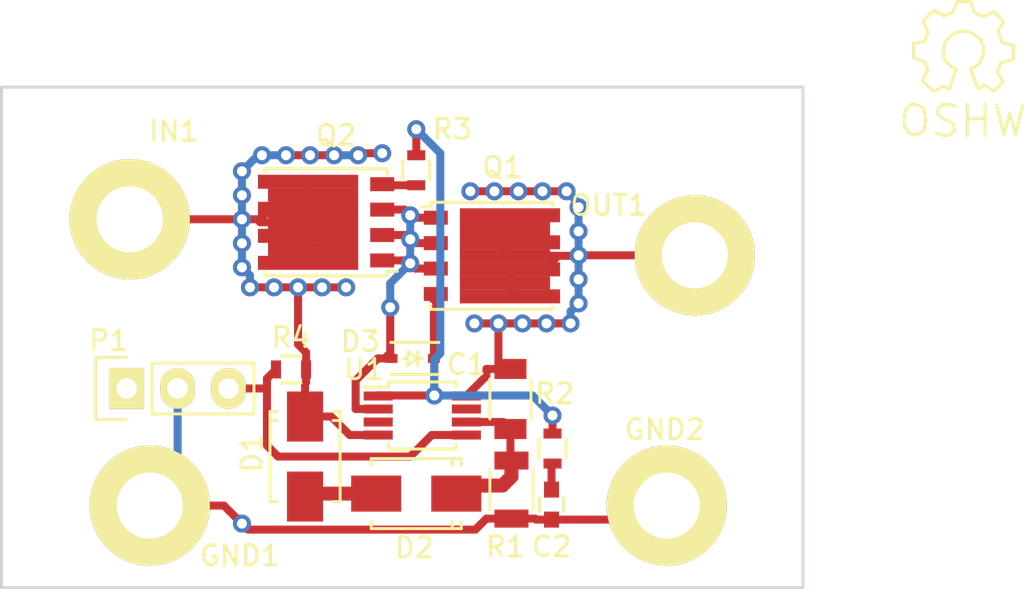
<source format=kicad_pcb>
(kicad_pcb (version 20171130) (host pcbnew "(5.1.12)-1")

  (general
    (thickness 1.6)
    (drawings 9)
    (tracks 156)
    (zones 0)
    (modules 54)
    (nets 12)
  )

  (page A4)
  (title_block
    (title "20A Ideal Diode LTC4359 5V-60V")
    (date 2017-02-25)
    (rev 1.0)
  )

  (layers
    (0 F.Cu signal)
    (31 B.Cu signal)
    (33 F.Adhes user hide)
    (35 F.Paste user hide)
    (37 F.SilkS user hide)
    (38 B.Mask user hide)
    (39 F.Mask user hide)
    (40 Dwgs.User user hide)
    (41 Cmts.User user hide)
    (44 Edge.Cuts user)
    (45 Margin user hide)
    (47 F.CrtYd user hide)
    (49 F.Fab user hide)
  )

  (setup
    (last_trace_width 0.4)
    (user_trace_width 0.4)
    (user_trace_width 0.7)
    (user_trace_width 1)
    (user_trace_width 1.5)
    (user_trace_width 2)
    (user_trace_width 4)
    (user_trace_width 10)
    (trace_clearance 0.2)
    (zone_clearance 0.7)
    (zone_45_only yes)
    (trace_min 0.4)
    (via_size 0.9)
    (via_drill 0.5)
    (via_min_size 0.9)
    (via_min_drill 0.5)
    (user_via 0.9 0.5)
    (uvia_size 0.3)
    (uvia_drill 0.1)
    (uvias_allowed no)
    (uvia_min_size 0.2)
    (uvia_min_drill 0.1)
    (edge_width 0.15)
    (segment_width 0.2)
    (pcb_text_width 0.3)
    (pcb_text_size 1.5 1.5)
    (mod_edge_width 0.15)
    (mod_text_size 1 1)
    (mod_text_width 0.15)
    (pad_size 0.59 0.45)
    (pad_drill 0)
    (pad_to_mask_clearance 0.1)
    (solder_mask_min_width 0.1)
    (aux_axis_origin 126 113.8)
    (grid_origin 126 113.8)
    (visible_elements 7FFFFFFF)
    (pcbplotparams
      (layerselection 0x010e8_80000001)
      (usegerberextensions true)
      (usegerberattributes true)
      (usegerberadvancedattributes true)
      (creategerberjobfile true)
      (excludeedgelayer false)
      (linewidth 0.100000)
      (plotframeref false)
      (viasonmask false)
      (mode 1)
      (useauxorigin true)
      (hpglpennumber 1)
      (hpglpenspeed 20)
      (hpglpendiameter 15.000000)
      (psnegative false)
      (psa4output false)
      (plotreference true)
      (plotvalue false)
      (plotinvisibletext false)
      (padsonsilk false)
      (subtractmaskfromsilk false)
      (outputformat 1)
      (mirror false)
      (drillshape 0)
      (scaleselection 1)
      (outputdirectory "gerbers/"))
  )

  (net 0 "")
  (net 1 /GATE)
  (net 2 /OUT)
  (net 3 "Net-(D1-Pad2)")
  (net 4 GND)
  (net 5 /VSS)
  (net 6 /IN)
  (net 7 "Net-(C2-Pad1)")
  (net 8 /SOURCE)
  (net 9 "Net-(Q2-Pad4)")
  (net 10 /~SHDN)
  (net 11 "Net-(P1-Pad1)")

  (net_class Default "This is the default net class."
    (clearance 0.2)
    (trace_width 0.4)
    (via_dia 0.9)
    (via_drill 0.5)
    (uvia_dia 0.3)
    (uvia_drill 0.1)
    (add_net /GATE)
    (add_net /IN)
    (add_net /OUT)
    (add_net /SOURCE)
    (add_net /VSS)
    (add_net /~SHDN)
    (add_net GND)
    (add_net "Net-(C2-Pad1)")
    (add_net "Net-(D1-Pad2)")
    (add_net "Net-(P1-Pad1)")
    (add_net "Net-(Q2-Pad4)")
  )

  (module _kb_footprint:via_0-9_0-5mm (layer F.Cu) (tedit 58B760F7) (tstamp 58B76B17)
    (at 145.4 99.8)
    (fp_text reference Noname_37 (at 0 0.5) (layer F.SilkS) hide
      (effects (font (size 1 1) (thickness 0.15)))
    )
    (fp_text value "" (at 0 -0.5) (layer F.Fab) hide
      (effects (font (size 1 1) (thickness 0.15)))
    )
    (pad 1 thru_hole circle (at 0 0) (size 0.9 0.9) (drill 0.5) (layers *.Cu)
      (net 8 /SOURCE))
  )

  (module _kb_footprint:via_0-9_0-5mm (layer F.Cu) (tedit 58B760F7) (tstamp 58B76B13)
    (at 146.4 97.6)
    (fp_text reference Noname_36 (at 0 0.5) (layer F.SilkS) hide
      (effects (font (size 1 1) (thickness 0.15)))
    )
    (fp_text value "" (at 0 -0.5) (layer F.Fab) hide
      (effects (font (size 1 1) (thickness 0.15)))
    )
    (pad 1 thru_hole circle (at 0 0) (size 0.9 0.9) (drill 0.5) (layers *.Cu)
      (net 8 /SOURCE))
  )

  (module _kb_footprint:via_0-9_0-5mm (layer F.Cu) (tedit 58B760F7) (tstamp 58B76B0F)
    (at 146.4 96.4)
    (fp_text reference Noname_35 (at 0 0.5) (layer F.SilkS) hide
      (effects (font (size 1 1) (thickness 0.15)))
    )
    (fp_text value "" (at 0 -0.5) (layer F.Fab) hide
      (effects (font (size 1 1) (thickness 0.15)))
    )
    (pad 1 thru_hole circle (at 0 0) (size 0.9 0.9) (drill 0.5) (layers *.Cu)
      (net 8 /SOURCE))
  )

  (module _kb_footprint:via_0-9_0-5mm (layer F.Cu) (tedit 58B760F7) (tstamp 58B7695E)
    (at 138.4 98.8)
    (fp_text reference Noname_34 (at 0 0.5) (layer F.SilkS) hide
      (effects (font (size 1 1) (thickness 0.15)))
    )
    (fp_text value "" (at 0 -0.5) (layer F.Fab) hide
      (effects (font (size 1 1) (thickness 0.15)))
    )
    (pad 1 thru_hole circle (at 0 0) (size 0.9 0.9) (drill 0.5) (layers *.Cu)
      (net 6 /IN))
  )

  (module _kb_footprint:via_0-9_0-5mm (layer F.Cu) (tedit 58B760F7) (tstamp 58B7695A)
    (at 139.6 98.8)
    (fp_text reference Noname_33 (at 0 0.5) (layer F.SilkS) hide
      (effects (font (size 1 1) (thickness 0.15)))
    )
    (fp_text value "" (at 0 -0.5) (layer F.Fab) hide
      (effects (font (size 1 1) (thickness 0.15)))
    )
    (pad 1 thru_hole circle (at 0 0) (size 0.9 0.9) (drill 0.5) (layers *.Cu)
      (net 6 /IN))
  )

  (module _kb_footprint:via_0-9_0-5mm (layer F.Cu) (tedit 58B760F7) (tstamp 58B76956)
    (at 140.8 98.8)
    (fp_text reference Noname_32 (at 0 0.5) (layer F.SilkS) hide
      (effects (font (size 1 1) (thickness 0.15)))
    )
    (fp_text value "" (at 0 -0.5) (layer F.Fab) hide
      (effects (font (size 1 1) (thickness 0.15)))
    )
    (pad 1 thru_hole circle (at 0 0) (size 0.9 0.9) (drill 0.5) (layers *.Cu)
      (net 6 /IN))
  )

  (module _kb_footprint:via_0-9_0-5mm (layer F.Cu) (tedit 58B760F7) (tstamp 58B76952)
    (at 142 98.8)
    (fp_text reference Noname_31 (at 0 0.5) (layer F.SilkS) hide
      (effects (font (size 1 1) (thickness 0.15)))
    )
    (fp_text value "" (at 0 -0.5) (layer F.Fab) hide
      (effects (font (size 1 1) (thickness 0.15)))
    )
    (pad 1 thru_hole circle (at 0 0) (size 0.9 0.9) (drill 0.5) (layers *.Cu)
      (net 6 /IN))
  )

  (module _kb_footprint:via_0-9_0-5mm (layer F.Cu) (tedit 58B760F7) (tstamp 58B7694E)
    (at 143.2 98.8)
    (fp_text reference Noname_30 (at 0 0.5) (layer F.SilkS) hide
      (effects (font (size 1 1) (thickness 0.15)))
    )
    (fp_text value "" (at 0 -0.5) (layer F.Fab) hide
      (effects (font (size 1 1) (thickness 0.15)))
    )
    (pad 1 thru_hole circle (at 0 0) (size 0.9 0.9) (drill 0.5) (layers *.Cu)
      (net 6 /IN))
  )

  (module _kb_footprint:via_0-9_0-5mm (layer F.Cu) (tedit 58B760F7) (tstamp 58B7694A)
    (at 138 97.8)
    (fp_text reference Noname_29 (at 0 0.5) (layer F.SilkS) hide
      (effects (font (size 1 1) (thickness 0.15)))
    )
    (fp_text value "" (at 0 -0.5) (layer F.Fab) hide
      (effects (font (size 1 1) (thickness 0.15)))
    )
    (pad 1 thru_hole circle (at 0 0) (size 0.9 0.9) (drill 0.5) (layers *.Cu)
      (net 6 /IN))
  )

  (module _kb_footprint:via_0-9_0-5mm (layer F.Cu) (tedit 58B760F7) (tstamp 58B76946)
    (at 138 96.6)
    (fp_text reference Noname_28 (at 0 0.5) (layer F.SilkS) hide
      (effects (font (size 1 1) (thickness 0.15)))
    )
    (fp_text value "" (at 0 -0.5) (layer F.Fab) hide
      (effects (font (size 1 1) (thickness 0.15)))
    )
    (pad 1 thru_hole circle (at 0 0) (size 0.9 0.9) (drill 0.5) (layers *.Cu)
      (net 6 /IN))
  )

  (module _kb_footprint:via_0-9_0-5mm (layer F.Cu) (tedit 58B760F7) (tstamp 58B76942)
    (at 138 95.4)
    (fp_text reference Noname_27 (at 0 0.5) (layer F.SilkS) hide
      (effects (font (size 1 1) (thickness 0.15)))
    )
    (fp_text value "" (at 0 -0.5) (layer F.Fab) hide
      (effects (font (size 1 1) (thickness 0.15)))
    )
    (pad 1 thru_hole circle (at 0 0) (size 0.9 0.9) (drill 0.5) (layers *.Cu)
      (net 6 /IN))
  )

  (module _kb_footprint:via_0-9_0-5mm (layer F.Cu) (tedit 58B760F7) (tstamp 58B7693E)
    (at 138 94.2)
    (fp_text reference Noname_26 (at 0 0.5) (layer F.SilkS) hide
      (effects (font (size 1 1) (thickness 0.15)))
    )
    (fp_text value "" (at 0 -0.5) (layer F.Fab) hide
      (effects (font (size 1 1) (thickness 0.15)))
    )
    (pad 1 thru_hole circle (at 0 0) (size 0.9 0.9) (drill 0.5) (layers *.Cu)
      (net 6 /IN))
  )

  (module _kb_footprint:via_0-9_0-5mm (layer F.Cu) (tedit 58B760F7) (tstamp 58B7692F)
    (at 138 93)
    (fp_text reference Noname_25 (at 0 0.5) (layer F.SilkS) hide
      (effects (font (size 1 1) (thickness 0.15)))
    )
    (fp_text value "" (at 0 -0.5) (layer F.Fab) hide
      (effects (font (size 1 1) (thickness 0.15)))
    )
    (pad 1 thru_hole circle (at 0 0) (size 0.9 0.9) (drill 0.5) (layers *.Cu)
      (net 6 /IN))
  )

  (module _kb_footprint:via_0-9_0-5mm (layer F.Cu) (tedit 58B760F7) (tstamp 58B7692B)
    (at 139 92.2)
    (fp_text reference Noname_24 (at 0 0.5) (layer F.SilkS) hide
      (effects (font (size 1 1) (thickness 0.15)))
    )
    (fp_text value "" (at 0 -0.5) (layer F.Fab) hide
      (effects (font (size 1 1) (thickness 0.15)))
    )
    (pad 1 thru_hole circle (at 0 0) (size 0.9 0.9) (drill 0.5) (layers *.Cu)
      (net 6 /IN))
  )

  (module _kb_footprint:via_0-9_0-5mm (layer F.Cu) (tedit 58B760F7) (tstamp 58B76927)
    (at 140.2 92.2)
    (fp_text reference Noname_23 (at 0 0.5) (layer F.SilkS) hide
      (effects (font (size 1 1) (thickness 0.15)))
    )
    (fp_text value "" (at 0 -0.5) (layer F.Fab) hide
      (effects (font (size 1 1) (thickness 0.15)))
    )
    (pad 1 thru_hole circle (at 0 0) (size 0.9 0.9) (drill 0.5) (layers *.Cu)
      (net 6 /IN))
  )

  (module _kb_footprint:via_0-9_0-5mm (layer F.Cu) (tedit 58B760F7) (tstamp 58B76923)
    (at 141.4 92.2)
    (fp_text reference Noname_22 (at 0 0.5) (layer F.SilkS) hide
      (effects (font (size 1 1) (thickness 0.15)))
    )
    (fp_text value "" (at 0 -0.5) (layer F.Fab) hide
      (effects (font (size 1 1) (thickness 0.15)))
    )
    (pad 1 thru_hole circle (at 0 0) (size 0.9 0.9) (drill 0.5) (layers *.Cu)
      (net 6 /IN))
  )

  (module _kb_footprint:via_0-9_0-5mm (layer F.Cu) (tedit 58B760F7) (tstamp 58B7691F)
    (at 142.6 92.2)
    (fp_text reference Noname_21 (at 0 0.5) (layer F.SilkS) hide
      (effects (font (size 1 1) (thickness 0.15)))
    )
    (fp_text value "" (at 0 -0.5) (layer F.Fab) hide
      (effects (font (size 1 1) (thickness 0.15)))
    )
    (pad 1 thru_hole circle (at 0 0) (size 0.9 0.9) (drill 0.5) (layers *.Cu)
      (net 6 /IN))
  )

  (module _kb_footprint:via_0-9_0-5mm (layer F.Cu) (tedit 58B760F7) (tstamp 58B76919)
    (at 143.8 92.2)
    (fp_text reference Noname_20 (at 0 0.5) (layer F.SilkS) hide
      (effects (font (size 1 1) (thickness 0.15)))
    )
    (fp_text value "" (at 0 -0.5) (layer F.Fab) hide
      (effects (font (size 1 1) (thickness 0.15)))
    )
    (pad 1 thru_hole circle (at 0 0) (size 0.9 0.9) (drill 0.5) (layers *.Cu)
      (net 6 /IN))
  )

  (module _kb_footprint:via_0-9_0-5mm (layer F.Cu) (tedit 58B760F7) (tstamp 58B76905)
    (at 149.6 100.6)
    (fp_text reference Noname_19 (at 0 0.5) (layer F.SilkS) hide
      (effects (font (size 1 1) (thickness 0.15)))
    )
    (fp_text value "" (at 0 -0.5) (layer F.Fab) hide
      (effects (font (size 1 1) (thickness 0.15)))
    )
    (pad 1 thru_hole circle (at 0 0) (size 0.9 0.9) (drill 0.5) (layers *.Cu)
      (net 2 /OUT))
  )

  (module _kb_footprint:via_0-9_0-5mm (layer F.Cu) (tedit 58B760F7) (tstamp 58B768FD)
    (at 150.8 100.6)
    (fp_text reference Noname_18 (at 0 0.5) (layer F.SilkS) hide
      (effects (font (size 1 1) (thickness 0.15)))
    )
    (fp_text value "" (at 0 -0.5) (layer F.Fab) hide
      (effects (font (size 1 1) (thickness 0.15)))
    )
    (pad 1 thru_hole circle (at 0 0) (size 0.9 0.9) (drill 0.5) (layers *.Cu)
      (net 2 /OUT))
  )

  (module _kb_footprint:via_0-9_0-5mm (layer F.Cu) (tedit 58B760F7) (tstamp 58B768F7)
    (at 154.2 94)
    (fp_text reference Noname_17 (at 0 0.5) (layer F.SilkS) hide
      (effects (font (size 1 1) (thickness 0.15)))
    )
    (fp_text value "" (at 0 -0.5) (layer F.Fab) hide
      (effects (font (size 1 1) (thickness 0.15)))
    )
    (pad 1 thru_hole circle (at 0 0) (size 0.9 0.9) (drill 0.5) (layers *.Cu)
      (net 2 /OUT))
  )

  (module _kb_footprint:via_0-9_0-5mm (layer F.Cu) (tedit 58B760F7) (tstamp 58B76396)
    (at 154.4 100.6)
    (fp_text reference Noname_16 (at 0 0.5) (layer F.SilkS) hide
      (effects (font (size 1 1) (thickness 0.15)))
    )
    (fp_text value "" (at 0 -0.5) (layer F.Fab) hide
      (effects (font (size 1 1) (thickness 0.15)))
    )
    (pad 1 thru_hole circle (at 0 0) (size 0.9 0.9) (drill 0.5) (layers *.Cu)
      (net 2 /OUT))
  )

  (module _kb_footprint:via_0-9_0-5mm (layer F.Cu) (tedit 58B760F7) (tstamp 58B76304)
    (at 146.4 95.2)
    (fp_text reference Noname_15 (at 0 0.5) (layer F.SilkS) hide
      (effects (font (size 1 1) (thickness 0.15)))
    )
    (fp_text value "" (at 0 -0.5) (layer F.Fab) hide
      (effects (font (size 1 1) (thickness 0.15)))
    )
    (pad 1 thru_hole circle (at 0 0) (size 0.9 0.9) (drill 0.5) (layers *.Cu)
      (net 8 /SOURCE))
  )

  (module _kb_footprint:via_0-9_0-5mm (layer F.Cu) (tedit 58B760F7) (tstamp 58B761DB)
    (at 145 92.1)
    (fp_text reference Noname_14 (at 0 0.5) (layer F.SilkS) hide
      (effects (font (size 1 1) (thickness 0.15)))
    )
    (fp_text value "" (at 0 -0.5) (layer F.Fab) hide
      (effects (font (size 1 1) (thickness 0.15)))
    )
    (pad 1 thru_hole circle (at 0 0) (size 0.9 0.9) (drill 0.5) (layers *.Cu)
      (net 6 /IN))
  )

  (module _kb_footprint:via_0-9_0-5mm (layer F.Cu) (tedit 58B760F7) (tstamp 58B761D7)
    (at 138 110.6)
    (fp_text reference Noname_13 (at 0 0.5) (layer F.SilkS) hide
      (effects (font (size 1 1) (thickness 0.15)))
    )
    (fp_text value "" (at 0 -0.5) (layer F.Fab) hide
      (effects (font (size 1 1) (thickness 0.15)))
    )
    (pad 1 thru_hole circle (at 0 0) (size 0.9 0.9) (drill 0.5) (layers *.Cu)
      (net 4 GND))
  )

  (module _kb_footprint:via_0-9_0-5mm (layer F.Cu) (tedit 58B760F7) (tstamp 58B761D3)
    (at 152 100.6)
    (fp_text reference Noname_12 (at 0 0.5) (layer F.SilkS) hide
      (effects (font (size 1 1) (thickness 0.15)))
    )
    (fp_text value "" (at 0 -0.5) (layer F.Fab) hide
      (effects (font (size 1 1) (thickness 0.15)))
    )
    (pad 1 thru_hole circle (at 0 0) (size 0.9 0.9) (drill 0.5) (layers *.Cu)
      (net 2 /OUT))
  )

  (module _kb_footprint:via_0-9_0-5mm (layer F.Cu) (tedit 58B760F7) (tstamp 58B761CF)
    (at 153.2 100.6)
    (fp_text reference Noname_11 (at 0 0.5) (layer F.SilkS) hide
      (effects (font (size 1 1) (thickness 0.15)))
    )
    (fp_text value "" (at 0 -0.5) (layer F.Fab) hide
      (effects (font (size 1 1) (thickness 0.15)))
    )
    (pad 1 thru_hole circle (at 0 0) (size 0.9 0.9) (drill 0.5) (layers *.Cu)
      (net 2 /OUT))
  )

  (module _kb_footprint:via_0-9_0-5mm (layer F.Cu) (tedit 58B760F7) (tstamp 58B761CB)
    (at 154.8 99.6)
    (fp_text reference Noname_10 (at 0 0.5) (layer F.SilkS) hide
      (effects (font (size 1 1) (thickness 0.15)))
    )
    (fp_text value "" (at 0 -0.5) (layer F.Fab) hide
      (effects (font (size 1 1) (thickness 0.15)))
    )
    (pad 1 thru_hole circle (at 0 0) (size 0.9 0.9) (drill 0.5) (layers *.Cu)
      (net 2 /OUT))
  )

  (module _kb_footprint:via_0-9_0-5mm (layer F.Cu) (tedit 58B760F7) (tstamp 58B761C7)
    (at 154.8 98.4)
    (fp_text reference Noname_9 (at 0 0.5) (layer F.SilkS) hide
      (effects (font (size 1 1) (thickness 0.15)))
    )
    (fp_text value "" (at 0 -0.5) (layer F.Fab) hide
      (effects (font (size 1 1) (thickness 0.15)))
    )
    (pad 1 thru_hole circle (at 0 0) (size 0.9 0.9) (drill 0.5) (layers *.Cu)
      (net 2 /OUT))
  )

  (module _kb_footprint:via_0-9_0-5mm (layer F.Cu) (tedit 58B760F7) (tstamp 58B761C3)
    (at 154.8 97.2)
    (fp_text reference Noname_8 (at 0 0.5) (layer F.SilkS) hide
      (effects (font (size 1 1) (thickness 0.15)))
    )
    (fp_text value "" (at 0 -0.5) (layer F.Fab) hide
      (effects (font (size 1 1) (thickness 0.15)))
    )
    (pad 1 thru_hole circle (at 0 0) (size 0.9 0.9) (drill 0.5) (layers *.Cu)
      (net 2 /OUT))
  )

  (module _kb_footprint:via_0-9_0-5mm (layer F.Cu) (tedit 58B760F7) (tstamp 58B761BF)
    (at 154.8 96)
    (fp_text reference Noname_7 (at 0 0.5) (layer F.SilkS) hide
      (effects (font (size 1 1) (thickness 0.15)))
    )
    (fp_text value "" (at 0 -0.5) (layer F.Fab) hide
      (effects (font (size 1 1) (thickness 0.15)))
    )
    (pad 1 thru_hole circle (at 0 0) (size 0.9 0.9) (drill 0.5) (layers *.Cu)
      (net 2 /OUT))
  )

  (module _kb_footprint:via_0-9_0-5mm (layer F.Cu) (tedit 58B760F7) (tstamp 58B761BB)
    (at 154.8 94.8)
    (fp_text reference Noname_6 (at 0 0.5) (layer F.SilkS) hide
      (effects (font (size 1 1) (thickness 0.15)))
    )
    (fp_text value "" (at 0 -0.5) (layer F.Fab) hide
      (effects (font (size 1 1) (thickness 0.15)))
    )
    (pad 1 thru_hole circle (at 0 0) (size 0.9 0.9) (drill 0.5) (layers *.Cu)
      (net 2 /OUT))
  )

  (module _kb_footprint:via_0-9_0-5mm (layer F.Cu) (tedit 58B760F7) (tstamp 58B761B3)
    (at 153 94)
    (fp_text reference Noname_5 (at 0 0.5) (layer F.SilkS) hide
      (effects (font (size 1 1) (thickness 0.15)))
    )
    (fp_text value "" (at 0 -0.5) (layer F.Fab) hide
      (effects (font (size 1 1) (thickness 0.15)))
    )
    (pad 1 thru_hole circle (at 0 0) (size 0.9 0.9) (drill 0.5) (layers *.Cu)
      (net 2 /OUT))
  )

  (module _kb_footprint:via_0-9_0-5mm (layer F.Cu) (tedit 58B760F7) (tstamp 58B761AF)
    (at 151.8 94)
    (fp_text reference Noname_4 (at 0 0.5) (layer F.SilkS) hide
      (effects (font (size 1 1) (thickness 0.15)))
    )
    (fp_text value "" (at 0 -0.5) (layer F.Fab) hide
      (effects (font (size 1 1) (thickness 0.15)))
    )
    (pad 1 thru_hole circle (at 0 0) (size 0.9 0.9) (drill 0.5) (layers *.Cu)
      (net 2 /OUT))
  )

  (module _kb_footprint:via_0-9_0-5mm (layer F.Cu) (tedit 58B760F7) (tstamp 58B761AB)
    (at 150.6 94)
    (fp_text reference Noname_3 (at 0 0.5) (layer F.SilkS) hide
      (effects (font (size 1 1) (thickness 0.15)))
    )
    (fp_text value "" (at 0 -0.5) (layer F.Fab) hide
      (effects (font (size 1 1) (thickness 0.15)))
    )
    (pad 1 thru_hole circle (at 0 0) (size 0.9 0.9) (drill 0.5) (layers *.Cu)
      (net 2 /OUT))
  )

  (module Diodes_SMD:SOD-323 (layer F.Cu) (tedit 58B76ED1) (tstamp 569D6786)
    (at 146.525 102.35 180)
    (descr SOD-323)
    (tags SOD-323)
    (path /569D67BD)
    (attr smd)
    (fp_text reference D3 (at 2.625 0.85 180) (layer F.SilkS)
      (effects (font (size 1 1) (thickness 0.15)))
    )
    (fp_text value MM3Z16VT1 (at 23.3 6.4 180) (layer F.Fab)
      (effects (font (size 1 1) (thickness 0.15)))
    )
    (fp_line (start 0.25 0) (end 0.5 0) (layer F.SilkS) (width 0.15))
    (fp_line (start -0.25 0) (end -0.5 0) (layer F.SilkS) (width 0.15))
    (fp_line (start -0.25 0) (end 0.25 -0.35) (layer F.SilkS) (width 0.15))
    (fp_line (start 0.25 -0.35) (end 0.25 0.35) (layer F.SilkS) (width 0.15))
    (fp_line (start 0.25 0.35) (end -0.25 0) (layer F.SilkS) (width 0.15))
    (fp_line (start -0.25 -0.35) (end -0.25 0.35) (layer F.SilkS) (width 0.15))
    (fp_line (start -1.5 -0.95) (end 1.5 -0.95) (layer F.CrtYd) (width 0.05))
    (fp_line (start 1.5 -0.95) (end 1.5 0.95) (layer F.CrtYd) (width 0.05))
    (fp_line (start -1.5 0.95) (end 1.5 0.95) (layer F.CrtYd) (width 0.05))
    (fp_line (start -1.5 -0.95) (end -1.5 0.95) (layer F.CrtYd) (width 0.05))
    (fp_line (start -1.3 0.8) (end 1.1 0.8) (layer F.SilkS) (width 0.15))
    (fp_line (start -1.3 -0.8) (end 1.1 -0.8) (layer F.SilkS) (width 0.15))
    (pad 1 smd rect (at -1.055 0 180) (size 0.59 0.45) (layers F.Cu F.Paste F.Mask)
      (net 1 /GATE))
    (pad 2 smd rect (at 1.055 0 180) (size 0.59 0.45) (layers F.Cu F.Paste F.Mask)
      (net 8 /SOURCE) (zone_connect 1))
    (model _kb.3dshapes/sod323.wrl
      (at (xyz 0 0 0))
      (scale (xyz 1 1 1))
      (rotate (xyz 0 0 180))
    )
  )

  (module _kb_footprint:via_0-9_0-5mm (layer F.Cu) (tedit 58B760F7) (tstamp 56A29E8E)
    (at 149.4 94)
    (fp_text reference Noname_2 (at 0 0.5) (layer F.SilkS) hide
      (effects (font (size 1 1) (thickness 0.15)))
    )
    (fp_text value "" (at 0 -0.5) (layer F.Fab) hide
      (effects (font (size 1 1) (thickness 0.15)))
    )
    (pad 1 thru_hole circle (at 0 0) (size 0.9 0.9) (drill 0.5) (layers *.Cu)
      (net 2 /OUT))
  )

  (module Diodes_SMD:SMA_Standard (layer F.Cu) (tedit 569ED5F4) (tstamp 569BEDEC)
    (at 141.15 107.25 270)
    (descr "Diode SMA")
    (tags "Diode SMA")
    (path /569A7C85)
    (attr smd)
    (fp_text reference D1 (at -0.175 2.65 270) (layer F.SilkS)
      (effects (font (size 1 1) (thickness 0.15)))
    )
    (fp_text value SMAJ60A (at 3.8 18.7 270) (layer F.Fab)
      (effects (font (size 1 1) (thickness 0.15)))
    )
    (fp_circle (center 0 0) (end 0.20066 -0.0508) (layer F.Adhes) (width 0.381))
    (fp_line (start -3.5 -2) (end 3.5 -2) (layer F.CrtYd) (width 0.05))
    (fp_line (start 3.5 -2) (end 3.5 2) (layer F.CrtYd) (width 0.05))
    (fp_line (start 3.5 2) (end -3.5 2) (layer F.CrtYd) (width 0.05))
    (fp_line (start -3.5 2) (end -3.5 -2) (layer F.CrtYd) (width 0.05))
    (fp_line (start -1.79914 1.75006) (end -1.79914 1.39954) (layer F.SilkS) (width 0.15))
    (fp_line (start -1.79914 -1.75006) (end -1.79914 -1.39954) (layer F.SilkS) (width 0.15))
    (fp_line (start 2.25044 1.75006) (end 2.25044 1.39954) (layer F.SilkS) (width 0.15))
    (fp_line (start -2.25044 1.75006) (end -2.25044 1.39954) (layer F.SilkS) (width 0.15))
    (fp_line (start -2.25044 -1.75006) (end -2.25044 -1.39954) (layer F.SilkS) (width 0.15))
    (fp_line (start 2.25044 -1.75006) (end 2.25044 -1.39954) (layer F.SilkS) (width 0.15))
    (fp_line (start -2.25044 1.75006) (end 2.25044 1.75006) (layer F.SilkS) (width 0.15))
    (fp_line (start -2.25044 -1.75006) (end 2.25044 -1.75006) (layer F.SilkS) (width 0.15))
    (pad 1 smd rect (at -1.99898 0 270) (size 2.49936 1.80086) (layers F.Cu F.Paste F.Mask)
      (net 6 /IN))
    (pad 2 smd rect (at 1.99898 0 270) (size 2.49936 1.80086) (layers F.Cu F.Paste F.Mask)
      (net 3 "Net-(D1-Pad2)"))
    (model Diodes_SMD.3dshapes/SMA_Standard.wrl
      (at (xyz 0 0 0))
      (scale (xyz 0.3937 0.3937 0.3937))
      (rotate (xyz 0 0 180))
    )
  )

  (module Housings_SSOP:MSOP-8_3x3mm_Pitch0.65mm (layer F.Cu) (tedit 56A2A439) (tstamp 569A6B30)
    (at 147 105.2)
    (descr "8-Lead Plastic Micro Small Outline Package (MS) [MSOP] (see Microchip Packaging Specification 00000049BS.pdf)")
    (tags "SSOP 0.65")
    (path /569A69C3)
    (attr smd)
    (fp_text reference U1 (at -2.9 -2.3) (layer F.SilkS)
      (effects (font (size 1 1) (thickness 0.15)))
    )
    (fp_text value LTC4359 (at -28 9.5) (layer F.Fab)
      (effects (font (size 1 1) (thickness 0.15)))
    )
    (fp_line (start -3.2 -1.85) (end -3.2 1.85) (layer F.CrtYd) (width 0.05))
    (fp_line (start 3.2 -1.85) (end 3.2 1.85) (layer F.CrtYd) (width 0.05))
    (fp_line (start -3.2 -1.85) (end 3.2 -1.85) (layer F.CrtYd) (width 0.05))
    (fp_line (start -3.2 1.85) (end 3.2 1.85) (layer F.CrtYd) (width 0.05))
    (fp_line (start -1.675 -1.675) (end -1.675 -1.425) (layer F.SilkS) (width 0.15))
    (fp_line (start 1.675 -1.675) (end 1.675 -1.425) (layer F.SilkS) (width 0.15))
    (fp_line (start 1.675 1.675) (end 1.675 1.425) (layer F.SilkS) (width 0.15))
    (fp_line (start -1.675 1.675) (end -1.675 1.425) (layer F.SilkS) (width 0.15))
    (fp_line (start -1.675 -1.675) (end 1.675 -1.675) (layer F.SilkS) (width 0.15))
    (fp_line (start -1.675 1.675) (end 1.675 1.675) (layer F.SilkS) (width 0.15))
    (fp_line (start -1.675 -1.425) (end -2.925 -1.425) (layer F.SilkS) (width 0.15))
    (pad 1 smd rect (at -2.2 -0.975) (size 1.45 0.45) (layers F.Cu F.Paste F.Mask)
      (net 1 /GATE))
    (pad 2 smd rect (at -2.2 -0.325) (size 1.45 0.45) (layers F.Cu F.Paste F.Mask)
      (net 8 /SOURCE))
    (pad 3 smd rect (at -2.2 0.325) (size 1.45 0.45) (layers F.Cu F.Paste F.Mask))
    (pad 4 smd rect (at -2.2 0.975) (size 1.45 0.45) (layers F.Cu F.Paste F.Mask)
      (net 6 /IN))
    (pad 5 smd rect (at 2.2 0.975) (size 1.45 0.45) (layers F.Cu F.Paste F.Mask)
      (net 10 /~SHDN))
    (pad 6 smd rect (at 2.2 0.325) (size 1.45 0.45) (layers F.Cu F.Paste F.Mask)
      (net 5 /VSS))
    (pad 7 smd rect (at 2.2 -0.325) (size 1.45 0.45) (layers F.Cu F.Paste F.Mask))
    (pad 8 smd rect (at 2.2 -0.975) (size 1.45 0.45) (layers F.Cu F.Paste F.Mask)
      (net 2 /OUT))
    (model Housings_SSOP.3dshapes/MSOP-8_3x3mm_Pitch0.65mm.wrl
      (at (xyz 0 0 0))
      (scale (xyz 1 1 1))
      (rotate (xyz 0 0 0))
    )
  )

  (module _kb_footprint:TDSON-8-1 (layer F.Cu) (tedit 56A24A8C) (tstamp 569BD73F)
    (at 150.475 97.225)
    (tags SuperSO8,PG-TDSON-8-1,Infineon)
    (path /569A7478)
    (fp_text reference Q1 (at 0.525 -4.425) (layer F.SilkS)
      (effects (font (size 1 1) (thickness 0.15)))
    )
    (fp_text value BSC028N06NS (at -2.2 -10.7) (layer F.Fab)
      (effects (font (size 1 1) (thickness 0.15)))
    )
    (fp_line (start -3.05 -2.65) (end -3.05 -2.45) (layer F.SilkS) (width 0.15))
    (fp_line (start -3.05 -2.45) (end -3.05 -2.55) (layer F.SilkS) (width 0.15))
    (fp_line (start -3.05 2.65) (end -3.05 2.4) (layer F.SilkS) (width 0.15))
    (fp_line (start 3.05 2.65) (end 3.05 2.5) (layer F.SilkS) (width 0.15))
    (fp_line (start 3.05 -2.65) (end 3.05 -2.5) (layer F.SilkS) (width 0.15))
    (fp_line (start -3.05 -2.45) (end -3.55 -2.45) (layer F.SilkS) (width 0.15))
    (fp_line (start -3.05 2.675) (end 3.05 2.675) (layer F.Fab) (width 0.15))
    (fp_line (start 3.05 -2.675) (end -3.05 -2.675) (layer F.Fab) (width 0.15))
    (fp_line (start -3.65 2.925) (end -3.65 -2.925) (layer F.CrtYd) (width 0.05))
    (fp_line (start -3.65 -2.925) (end 3.65 -2.925) (layer F.CrtYd) (width 0.05))
    (fp_line (start 3.65 -2.925) (end 3.65 2.925) (layer F.CrtYd) (width 0.05))
    (fp_line (start 3.65 2.925) (end -3.65 2.925) (layer F.CrtYd) (width 0.05))
    (fp_line (start -3.048 -1.778) (end -2.159 -2.667) (layer F.Fab) (width 0.15))
    (fp_line (start -3.05 2.675) (end 3.05 2.675) (layer F.SilkS) (width 0.15))
    (fp_line (start -3.05 -2.675) (end -3.05 2.675) (layer F.Fab) (width 0.15))
    (fp_line (start 3.05 -2.675) (end -3.05 -2.675) (layer F.SilkS) (width 0.15))
    (fp_line (start 3.05 2.675) (end 3.05 -2.675) (layer F.Fab) (width 0.15))
    (pad 7 smd rect (at 0.65 -1.35) (size 4.5 0.65) (layers F.Cu F.Paste F.Mask)
      (net 2 /OUT))
    (pad 6 smd rect (at 0.65 0) (size 4.5 0.65) (layers F.Cu F.Paste F.Mask)
      (net 2 /OUT))
    (pad 6 smd rect (at 0.9 0.675) (size 5 0.7) (layers F.Cu F.Paste F.Mask)
      (net 2 /OUT))
    (pad 7 smd rect (at 0.9 -0.675) (size 5 0.7) (layers F.Cu F.Paste F.Mask)
      (net 2 /OUT))
    (pad 8 smd rect (at 0.9 -2.025) (size 5 0.7) (layers F.Cu F.Paste F.Mask)
      (net 2 /OUT))
    (pad 5 smd rect (at 0.9 2.025) (size 5 0.7) (layers F.Cu F.Paste F.Mask)
      (net 2 /OUT))
    (pad 5 smd rect (at 0.65 1.35) (size 4.5 0.65) (layers F.Cu F.Paste F.Mask)
      (net 2 /OUT))
    (pad 1 smd rect (at -2.8 -1.905) (size 1.2 0.7) (layers F.Cu F.Paste F.Mask)
      (net 8 /SOURCE))
    (pad 2 smd rect (at -2.8 -0.635) (size 1.2 0.7) (layers F.Cu F.Paste F.Mask)
      (net 8 /SOURCE))
    (pad 3 smd rect (at -2.8 0.635) (size 1.2 0.7) (layers F.Cu F.Paste F.Mask)
      (net 8 /SOURCE))
    (pad 4 smd rect (at -2.8 1.905) (size 1.2 0.7) (layers F.Cu F.Paste F.Mask)
      (net 1 /GATE))
    (model _kb.3dshapes/TDSON-8-1.wrl
      (at (xyz 0 0 0))
      (scale (xyz 0.3937 0.3937 0.3937))
      (rotate (xyz 0 0 270))
    )
  )

  (module Diodes_SMD:SMA_Standard (layer F.Cu) (tedit 569ED655) (tstamp 569BEE22)
    (at 146.7 109.1 180)
    (descr "Diode SMA")
    (tags "Diode SMA")
    (path /569A7D33)
    (attr smd)
    (fp_text reference D2 (at 0.1 -2.7 180) (layer F.SilkS)
      (effects (font (size 1 1) (thickness 0.15)))
    )
    (fp_text value SMAJ24A (at -22.4 5.4 180) (layer F.Fab)
      (effects (font (size 1 1) (thickness 0.15)))
    )
    (fp_circle (center 0 0) (end 0.20066 -0.0508) (layer F.Adhes) (width 0.381))
    (fp_line (start -3.5 -2) (end 3.5 -2) (layer F.CrtYd) (width 0.05))
    (fp_line (start 3.5 -2) (end 3.5 2) (layer F.CrtYd) (width 0.05))
    (fp_line (start 3.5 2) (end -3.5 2) (layer F.CrtYd) (width 0.05))
    (fp_line (start -3.5 2) (end -3.5 -2) (layer F.CrtYd) (width 0.05))
    (fp_line (start -1.79914 1.75006) (end -1.79914 1.39954) (layer F.SilkS) (width 0.15))
    (fp_line (start -1.79914 -1.75006) (end -1.79914 -1.39954) (layer F.SilkS) (width 0.15))
    (fp_line (start 2.25044 1.75006) (end 2.25044 1.39954) (layer F.SilkS) (width 0.15))
    (fp_line (start -2.25044 1.75006) (end -2.25044 1.39954) (layer F.SilkS) (width 0.15))
    (fp_line (start -2.25044 -1.75006) (end -2.25044 -1.39954) (layer F.SilkS) (width 0.15))
    (fp_line (start 2.25044 -1.75006) (end 2.25044 -1.39954) (layer F.SilkS) (width 0.15))
    (fp_line (start -2.25044 1.75006) (end 2.25044 1.75006) (layer F.SilkS) (width 0.15))
    (fp_line (start -2.25044 -1.75006) (end 2.25044 -1.75006) (layer F.SilkS) (width 0.15))
    (pad 1 smd rect (at -1.99898 0 180) (size 2.49936 1.80086) (layers F.Cu F.Paste F.Mask)
      (net 5 /VSS))
    (pad 2 smd rect (at 1.99898 0 180) (size 2.49936 1.80086) (layers F.Cu F.Paste F.Mask)
      (net 3 "Net-(D1-Pad2)"))
    (model Diodes_SMD.3dshapes/SMA_Standard.wrl
      (at (xyz 0 0 0))
      (scale (xyz 0.3937 0.3937 0.3937))
      (rotate (xyz 0 0 180))
    )
  )

  (module _kb_footprint:TDSON-8-1 (layer F.Cu) (tedit 56A2A458) (tstamp 569D67A6)
    (at 142.2 95.55 180)
    (tags SuperSO8,PG-TDSON-8-1,Infineon)
    (path /569D5F8D)
    (fp_text reference Q2 (at -0.5 4.35 180) (layer F.SilkS)
      (effects (font (size 1 1) (thickness 0.15)))
    )
    (fp_text value BSC028N06NS (at 8.2 9.2 180) (layer F.Fab)
      (effects (font (size 1 1) (thickness 0.15)))
    )
    (fp_line (start -3.05 -2.65) (end -3.05 -2.45) (layer F.SilkS) (width 0.15))
    (fp_line (start -3.05 -2.45) (end -3.05 -2.55) (layer F.SilkS) (width 0.15))
    (fp_line (start -3.05 2.65) (end -3.05 2.4) (layer F.SilkS) (width 0.15))
    (fp_line (start 3.05 2.65) (end 3.05 2.5) (layer F.SilkS) (width 0.15))
    (fp_line (start 3.05 -2.65) (end 3.05 -2.5) (layer F.SilkS) (width 0.15))
    (fp_line (start -3.05 -2.45) (end -3.55 -2.45) (layer F.SilkS) (width 0.15))
    (fp_line (start -3.05 2.675) (end 3.05 2.675) (layer F.Fab) (width 0.15))
    (fp_line (start 3.05 -2.675) (end -3.05 -2.675) (layer F.Fab) (width 0.15))
    (fp_line (start -3.65 2.925) (end -3.65 -2.925) (layer F.CrtYd) (width 0.05))
    (fp_line (start -3.65 -2.925) (end 3.65 -2.925) (layer F.CrtYd) (width 0.05))
    (fp_line (start 3.65 -2.925) (end 3.65 2.925) (layer F.CrtYd) (width 0.05))
    (fp_line (start 3.65 2.925) (end -3.65 2.925) (layer F.CrtYd) (width 0.05))
    (fp_line (start -3.048 -1.778) (end -2.159 -2.667) (layer F.Fab) (width 0.15))
    (fp_line (start -3.05 2.675) (end 3.05 2.675) (layer F.SilkS) (width 0.15))
    (fp_line (start -3.05 -2.675) (end -3.05 2.675) (layer F.Fab) (width 0.15))
    (fp_line (start 3.05 -2.675) (end -3.05 -2.675) (layer F.SilkS) (width 0.15))
    (fp_line (start 3.05 2.675) (end 3.05 -2.675) (layer F.Fab) (width 0.15))
    (pad 7 smd rect (at 0.65 -1.35 180) (size 4.5 0.65) (layers F.Cu F.Paste F.Mask)
      (net 6 /IN))
    (pad 6 smd rect (at 0.65 0 180) (size 4.5 0.65) (layers F.Cu F.Paste F.Mask)
      (net 6 /IN))
    (pad 6 smd rect (at 0.9 0.675 180) (size 5 0.7) (layers F.Cu F.Paste F.Mask)
      (net 6 /IN))
    (pad 7 smd rect (at 0.9 -0.675 180) (size 5 0.7) (layers F.Cu F.Paste F.Mask)
      (net 6 /IN))
    (pad 8 smd rect (at 0.9 -2.025 180) (size 5 0.7) (layers F.Cu F.Paste F.Mask)
      (net 6 /IN))
    (pad 5 smd rect (at 0.9 2.025 180) (size 5 0.7) (layers F.Cu F.Paste F.Mask)
      (net 6 /IN))
    (pad 5 smd rect (at 0.65 1.35 180) (size 4.5 0.65) (layers F.Cu F.Paste F.Mask)
      (net 6 /IN))
    (pad 1 smd rect (at -2.8 -1.905 180) (size 1.2 0.7) (layers F.Cu F.Paste F.Mask)
      (net 8 /SOURCE))
    (pad 2 smd rect (at -2.8 -0.635 180) (size 1.2 0.7) (layers F.Cu F.Paste F.Mask)
      (net 8 /SOURCE))
    (pad 3 smd rect (at -2.8 0.635 180) (size 1.2 0.7) (layers F.Cu F.Paste F.Mask)
      (net 8 /SOURCE))
    (pad 4 smd rect (at -2.8 1.905 180) (size 1.2 0.7) (layers F.Cu F.Paste F.Mask)
      (net 9 "Net-(Q2-Pad4)"))
    (model _kb.3dshapes/TDSON-8-1.wrl
      (at (xyz 0 0 0))
      (scale (xyz 0.3937 0.3937 0.3937))
      (rotate (xyz 0 0 270))
    )
  )

  (module Capacitors_SMD:C_0603 (layer F.Cu) (tedit 58B76EAC) (tstamp 569D879D)
    (at 153.45 109.65 270)
    (descr "Capacitor SMD 0603, reflow soldering, AVX (see smccp.pdf)")
    (tags "capacitor 0603")
    (path /569D7AEE)
    (attr smd)
    (fp_text reference C2 (at 2.1 0) (layer F.SilkS)
      (effects (font (size 1 1) (thickness 0.15)))
    )
    (fp_text value 10n (at 9.05 5.1 270) (layer F.Fab)
      (effects (font (size 1 1) (thickness 0.15)))
    )
    (fp_line (start -1.45 -0.75) (end 1.45 -0.75) (layer F.CrtYd) (width 0.05))
    (fp_line (start -1.45 0.75) (end 1.45 0.75) (layer F.CrtYd) (width 0.05))
    (fp_line (start -1.45 -0.75) (end -1.45 0.75) (layer F.CrtYd) (width 0.05))
    (fp_line (start 1.45 -0.75) (end 1.45 0.75) (layer F.CrtYd) (width 0.05))
    (fp_line (start -0.35 -0.6) (end 0.35 -0.6) (layer F.SilkS) (width 0.15))
    (fp_line (start 0.35 0.6) (end -0.35 0.6) (layer F.SilkS) (width 0.15))
    (pad 1 smd rect (at -0.75 0 270) (size 0.8 0.75) (layers F.Cu F.Paste F.Mask)
      (net 7 "Net-(C2-Pad1)"))
    (pad 2 smd rect (at 0.75 0 270) (size 0.8 0.75) (layers F.Cu F.Paste F.Mask)
      (net 4 GND) (zone_connect 1))
    (model Capacitors_SMD.3dshapes/C_0603.wrl
      (at (xyz 0 0 0))
      (scale (xyz 1 1 1))
      (rotate (xyz 0 0 0))
    )
  )

  (module Resistors_SMD:R_1206 (layer F.Cu) (tedit 58B76EB2) (tstamp 569D87A8)
    (at 151.45 108.9 270)
    (descr "Resistor SMD 1206, reflow soldering, Vishay (see dcrcw.pdf)")
    (tags "resistor 1206")
    (path /569A6E88)
    (attr smd)
    (fp_text reference R1 (at 2.85 0.3) (layer F.SilkS)
      (effects (font (size 1 1) (thickness 0.15)))
    )
    (fp_text value 3k6 (at 0.9 -14.55 270) (layer F.Fab)
      (effects (font (size 1 1) (thickness 0.15)))
    )
    (fp_line (start -2.2 -1.2) (end 2.2 -1.2) (layer F.CrtYd) (width 0.05))
    (fp_line (start -2.2 1.2) (end 2.2 1.2) (layer F.CrtYd) (width 0.05))
    (fp_line (start -2.2 -1.2) (end -2.2 1.2) (layer F.CrtYd) (width 0.05))
    (fp_line (start 2.2 -1.2) (end 2.2 1.2) (layer F.CrtYd) (width 0.05))
    (fp_line (start 1 1.075) (end -1 1.075) (layer F.SilkS) (width 0.15))
    (fp_line (start -1 -1.075) (end 1 -1.075) (layer F.SilkS) (width 0.15))
    (pad 1 smd rect (at -1.45 0 270) (size 0.9 1.7) (layers F.Cu F.Paste F.Mask)
      (net 5 /VSS))
    (pad 2 smd rect (at 1.45 0 270) (size 0.9 1.7) (layers F.Cu F.Paste F.Mask)
      (net 4 GND) (zone_connect 1))
    (model Resistors_SMD.3dshapes/R_1206.wrl
      (at (xyz 0 0 0))
      (scale (xyz 1 1 1))
      (rotate (xyz 0 0 0))
    )
  )

  (module Resistors_SMD:R_0603 (layer F.Cu) (tedit 56A392D3) (tstamp 569D87B3)
    (at 153.5 106.85 270)
    (descr "Resistor SMD 0603, reflow soldering, Vishay (see dcrcw.pdf)")
    (tags "resistor 0603")
    (path /569D7A1E)
    (attr smd)
    (fp_text reference R2 (at -2.75 -0.1) (layer F.SilkS)
      (effects (font (size 1 1) (thickness 0.15)))
    )
    (fp_text value 10k (at 0.55 -16.6 270) (layer F.Fab)
      (effects (font (size 1 1) (thickness 0.15)))
    )
    (fp_line (start -1.3 -0.8) (end 1.3 -0.8) (layer F.CrtYd) (width 0.05))
    (fp_line (start -1.3 0.8) (end 1.3 0.8) (layer F.CrtYd) (width 0.05))
    (fp_line (start -1.3 -0.8) (end -1.3 0.8) (layer F.CrtYd) (width 0.05))
    (fp_line (start 1.3 -0.8) (end 1.3 0.8) (layer F.CrtYd) (width 0.05))
    (fp_line (start 0.5 0.675) (end -0.5 0.675) (layer F.SilkS) (width 0.15))
    (fp_line (start -0.5 -0.675) (end 0.5 -0.675) (layer F.SilkS) (width 0.15))
    (pad 1 smd rect (at -0.75 0 270) (size 0.5 0.9) (layers F.Cu F.Paste F.Mask)
      (net 1 /GATE))
    (pad 2 smd rect (at 0.75 0 270) (size 0.5 0.9) (layers F.Cu F.Paste F.Mask)
      (net 7 "Net-(C2-Pad1)"))
    (model Resistors_SMD.3dshapes/R_0603.wrl
      (at (xyz 0 0 0))
      (scale (xyz 1 1 1))
      (rotate (xyz 0 0 0))
    )
  )

  (module Resistors_SMD:R_0603 (layer F.Cu) (tedit 56A24A2F) (tstamp 569D87BE)
    (at 146.7 92.95 90)
    (descr "Resistor SMD 0603, reflow soldering, Vishay (see dcrcw.pdf)")
    (tags "resistor 0603")
    (path /569D78C7)
    (attr smd)
    (fp_text reference R3 (at 2.05 1.8 180) (layer F.SilkS)
      (effects (font (size 1 1) (thickness 0.15)))
    )
    (fp_text value 10R (at 7 9.35 90) (layer F.Fab)
      (effects (font (size 1 1) (thickness 0.15)))
    )
    (fp_line (start -1.3 -0.8) (end 1.3 -0.8) (layer F.CrtYd) (width 0.05))
    (fp_line (start -1.3 0.8) (end 1.3 0.8) (layer F.CrtYd) (width 0.05))
    (fp_line (start -1.3 -0.8) (end -1.3 0.8) (layer F.CrtYd) (width 0.05))
    (fp_line (start 1.3 -0.8) (end 1.3 0.8) (layer F.CrtYd) (width 0.05))
    (fp_line (start 0.5 0.675) (end -0.5 0.675) (layer F.SilkS) (width 0.15))
    (fp_line (start -0.5 -0.675) (end 0.5 -0.675) (layer F.SilkS) (width 0.15))
    (pad 1 smd rect (at -0.75 0 90) (size 0.5 0.9) (layers F.Cu F.Paste F.Mask)
      (net 9 "Net-(Q2-Pad4)"))
    (pad 2 smd rect (at 0.75 0 90) (size 0.5 0.9) (layers F.Cu F.Paste F.Mask)
      (net 1 /GATE))
    (model Resistors_SMD.3dshapes/R_0603.wrl
      (at (xyz 0 0 0))
      (scale (xyz 1 1 1))
      (rotate (xyz 0 0 0))
    )
  )

  (module Resistors_SMD:R_0603 (layer F.Cu) (tedit 58B76EC3) (tstamp 569D87C9)
    (at 140.45 102.9 180)
    (descr "Resistor SMD 0603, reflow soldering, Vishay (see dcrcw.pdf)")
    (tags "resistor 0603")
    (path /569DA1AF)
    (attr smd)
    (fp_text reference R4 (at 0 1.6) (layer F.SilkS)
      (effects (font (size 1 1) (thickness 0.15)))
    )
    (fp_text value 1M (at 17.25 -1.65 180) (layer F.Fab)
      (effects (font (size 1 1) (thickness 0.15)))
    )
    (fp_line (start -1.3 -0.8) (end 1.3 -0.8) (layer F.CrtYd) (width 0.05))
    (fp_line (start -1.3 0.8) (end 1.3 0.8) (layer F.CrtYd) (width 0.05))
    (fp_line (start -1.3 -0.8) (end -1.3 0.8) (layer F.CrtYd) (width 0.05))
    (fp_line (start 1.3 -0.8) (end 1.3 0.8) (layer F.CrtYd) (width 0.05))
    (fp_line (start 0.5 0.675) (end -0.5 0.675) (layer F.SilkS) (width 0.15))
    (fp_line (start -0.5 -0.675) (end 0.5 -0.675) (layer F.SilkS) (width 0.15))
    (pad 1 smd rect (at -0.75 0 180) (size 0.5 0.9) (layers F.Cu F.Paste F.Mask)
      (net 6 /IN) (zone_connect 1))
    (pad 2 smd rect (at 0.75 0 180) (size 0.5 0.9) (layers F.Cu F.Paste F.Mask)
      (net 10 /~SHDN))
    (model Resistors_SMD.3dshapes/R_0603.wrl
      (at (xyz 0 0 0))
      (scale (xyz 1 1 1))
      (rotate (xyz 0 0 0))
    )
  )

  (module Capacitors_SMD:C_1206 (layer F.Cu) (tedit 58B76E82) (tstamp 569D8A09)
    (at 151.4 104.375 270)
    (descr "Capacitor SMD 1206, reflow soldering, AVX (see smccp.pdf)")
    (tags "capacitor 1206")
    (path /569A6C12)
    (attr smd)
    (fp_text reference C1 (at -1.725 2.2 180) (layer F.SilkS)
      (effects (font (size 1 1) (thickness 0.15)))
    )
    (fp_text value 2u2 (at 2.875 -14.75 270) (layer F.Fab)
      (effects (font (size 1 1) (thickness 0.15)))
    )
    (fp_line (start -2.3 -1.15) (end 2.3 -1.15) (layer F.CrtYd) (width 0.05))
    (fp_line (start -2.3 1.15) (end 2.3 1.15) (layer F.CrtYd) (width 0.05))
    (fp_line (start -2.3 -1.15) (end -2.3 1.15) (layer F.CrtYd) (width 0.05))
    (fp_line (start 2.3 -1.15) (end 2.3 1.15) (layer F.CrtYd) (width 0.05))
    (fp_line (start 1 -1.025) (end -1 -1.025) (layer F.SilkS) (width 0.15))
    (fp_line (start -1 1.025) (end 1 1.025) (layer F.SilkS) (width 0.15))
    (pad 1 smd rect (at -1.5 0 270) (size 1 1.6) (layers F.Cu F.Paste F.Mask)
      (net 2 /OUT) (zone_connect 1))
    (pad 2 smd rect (at 1.5 0 270) (size 1 1.6) (layers F.Cu F.Paste F.Mask)
      (net 5 /VSS))
    (model Capacitors_SMD.3dshapes/C_1206.wrl
      (at (xyz 0 0 0))
      (scale (xyz 1 1 1))
      (rotate (xyz 0 0 0))
    )
  )

  (module Symbols:Symbol_OSHW-Logo_SilkScreen (layer F.Cu) (tedit 58B761BC) (tstamp 56A15094)
    (at 174 87)
    (descr "Symbol, OSHW-Logo, Silk Screen,")
    (tags "Symbol, OSHW-Logo, Silk Screen,")
    (fp_text reference Noname_1 (at 8.9 -0.1) (layer F.SilkS) hide
      (effects (font (size 1 1) (thickness 0.15)))
    )
    (fp_text value Symbol_OSHW-Logo_SilkScreen (at 17.6 -12.8) (layer F.Fab)
      (effects (font (size 1 1) (thickness 0.15)))
    )
    (fp_line (start 1.66878 2.68986) (end 2.02946 4.16052) (layer F.SilkS) (width 0.15))
    (fp_line (start 2.02946 4.16052) (end 2.30886 3.0988) (layer F.SilkS) (width 0.15))
    (fp_line (start 2.30886 3.0988) (end 2.61874 4.17068) (layer F.SilkS) (width 0.15))
    (fp_line (start 2.61874 4.17068) (end 2.9591 2.72034) (layer F.SilkS) (width 0.15))
    (fp_line (start 0.24892 3.38074) (end 1.03886 3.37058) (layer F.SilkS) (width 0.15))
    (fp_line (start 1.03886 3.37058) (end 1.04902 3.38074) (layer F.SilkS) (width 0.15))
    (fp_line (start 1.04902 3.38074) (end 1.04902 3.37058) (layer F.SilkS) (width 0.15))
    (fp_line (start 1.08966 2.65938) (end 1.08966 4.20116) (layer F.SilkS) (width 0.15))
    (fp_line (start 0.20066 2.64922) (end 0.20066 4.21894) (layer F.SilkS) (width 0.15))
    (fp_line (start 0.20066 4.21894) (end 0.21082 4.20878) (layer F.SilkS) (width 0.15))
    (fp_line (start -0.35052 2.75082) (end -0.70104 2.66954) (layer F.SilkS) (width 0.15))
    (fp_line (start -0.70104 2.66954) (end -1.02108 2.65938) (layer F.SilkS) (width 0.15))
    (fp_line (start -1.02108 2.65938) (end -1.25984 2.86004) (layer F.SilkS) (width 0.15))
    (fp_line (start -1.25984 2.86004) (end -1.29032 3.12928) (layer F.SilkS) (width 0.15))
    (fp_line (start -1.29032 3.12928) (end -1.04902 3.37058) (layer F.SilkS) (width 0.15))
    (fp_line (start -1.04902 3.37058) (end -0.6604 3.50012) (layer F.SilkS) (width 0.15))
    (fp_line (start -0.6604 3.50012) (end -0.48006 3.66014) (layer F.SilkS) (width 0.15))
    (fp_line (start -0.48006 3.66014) (end -0.43942 3.95986) (layer F.SilkS) (width 0.15))
    (fp_line (start -0.43942 3.95986) (end -0.67056 4.18084) (layer F.SilkS) (width 0.15))
    (fp_line (start -0.67056 4.18084) (end -0.9906 4.20878) (layer F.SilkS) (width 0.15))
    (fp_line (start -0.9906 4.20878) (end -1.34112 4.09956) (layer F.SilkS) (width 0.15))
    (fp_line (start -2.37998 2.64922) (end -2.6289 2.66954) (layer F.SilkS) (width 0.15))
    (fp_line (start -2.6289 2.66954) (end -2.8702 2.91084) (layer F.SilkS) (width 0.15))
    (fp_line (start -2.8702 2.91084) (end -2.9591 3.40106) (layer F.SilkS) (width 0.15))
    (fp_line (start -2.9591 3.40106) (end -2.93116 3.74904) (layer F.SilkS) (width 0.15))
    (fp_line (start -2.93116 3.74904) (end -2.7305 4.06908) (layer F.SilkS) (width 0.15))
    (fp_line (start -2.7305 4.06908) (end -2.47904 4.191) (layer F.SilkS) (width 0.15))
    (fp_line (start -2.47904 4.191) (end -2.16916 4.11988) (layer F.SilkS) (width 0.15))
    (fp_line (start -2.16916 4.11988) (end -1.95072 3.93954) (layer F.SilkS) (width 0.15))
    (fp_line (start -1.95072 3.93954) (end -1.8796 3.4798) (layer F.SilkS) (width 0.15))
    (fp_line (start -1.8796 3.4798) (end -1.9304 3.07086) (layer F.SilkS) (width 0.15))
    (fp_line (start -1.9304 3.07086) (end -2.03962 2.78892) (layer F.SilkS) (width 0.15))
    (fp_line (start -2.03962 2.78892) (end -2.4003 2.65938) (layer F.SilkS) (width 0.15))
    (fp_line (start -1.78054 0.92964) (end -2.03962 1.49098) (layer F.SilkS) (width 0.15))
    (fp_line (start -2.03962 1.49098) (end -1.50114 2.00914) (layer F.SilkS) (width 0.15))
    (fp_line (start -1.50114 2.00914) (end -0.98044 1.7399) (layer F.SilkS) (width 0.15))
    (fp_line (start -0.98044 1.7399) (end -0.70104 1.89992) (layer F.SilkS) (width 0.15))
    (fp_line (start 0.73914 1.8796) (end 1.06934 1.6891) (layer F.SilkS) (width 0.15))
    (fp_line (start 1.06934 1.6891) (end 1.50876 2.0193) (layer F.SilkS) (width 0.15))
    (fp_line (start 1.50876 2.0193) (end 1.9812 1.52908) (layer F.SilkS) (width 0.15))
    (fp_line (start 1.9812 1.52908) (end 1.69926 1.04902) (layer F.SilkS) (width 0.15))
    (fp_line (start 1.69926 1.04902) (end 1.88976 0.57912) (layer F.SilkS) (width 0.15))
    (fp_line (start 1.88976 0.57912) (end 2.49936 0.39116) (layer F.SilkS) (width 0.15))
    (fp_line (start 2.49936 0.39116) (end 2.49936 -0.28956) (layer F.SilkS) (width 0.15))
    (fp_line (start 2.49936 -0.28956) (end 1.94056 -0.42926) (layer F.SilkS) (width 0.15))
    (fp_line (start 1.94056 -0.42926) (end 1.7399 -1.00076) (layer F.SilkS) (width 0.15))
    (fp_line (start 1.7399 -1.00076) (end 2.00914 -1.47066) (layer F.SilkS) (width 0.15))
    (fp_line (start 2.00914 -1.47066) (end 1.53924 -1.9812) (layer F.SilkS) (width 0.15))
    (fp_line (start 1.53924 -1.9812) (end 1.02108 -1.71958) (layer F.SilkS) (width 0.15))
    (fp_line (start 1.02108 -1.71958) (end 0.55118 -1.92024) (layer F.SilkS) (width 0.15))
    (fp_line (start 0.55118 -1.92024) (end 0.381 -2.46126) (layer F.SilkS) (width 0.15))
    (fp_line (start 0.381 -2.46126) (end -0.30988 -2.47904) (layer F.SilkS) (width 0.15))
    (fp_line (start -0.30988 -2.47904) (end -0.5207 -1.9304) (layer F.SilkS) (width 0.15))
    (fp_line (start -0.5207 -1.9304) (end -0.9398 -1.76022) (layer F.SilkS) (width 0.15))
    (fp_line (start -0.9398 -1.76022) (end -1.49098 -2.02946) (layer F.SilkS) (width 0.15))
    (fp_line (start -1.49098 -2.02946) (end -2.00914 -1.50114) (layer F.SilkS) (width 0.15))
    (fp_line (start -2.00914 -1.50114) (end -1.76022 -0.96012) (layer F.SilkS) (width 0.15))
    (fp_line (start -1.76022 -0.96012) (end -1.9304 -0.48006) (layer F.SilkS) (width 0.15))
    (fp_line (start -1.9304 -0.48006) (end -2.47904 -0.381) (layer F.SilkS) (width 0.15))
    (fp_line (start -2.47904 -0.381) (end -2.4892 0.32004) (layer F.SilkS) (width 0.15))
    (fp_line (start -2.4892 0.32004) (end -1.9304 0.5207) (layer F.SilkS) (width 0.15))
    (fp_line (start -1.9304 0.5207) (end -1.7907 0.91948) (layer F.SilkS) (width 0.15))
    (fp_line (start 0.35052 0.89916) (end 0.65024 0.7493) (layer F.SilkS) (width 0.15))
    (fp_line (start 0.65024 0.7493) (end 0.8509 0.55118) (layer F.SilkS) (width 0.15))
    (fp_line (start 0.8509 0.55118) (end 1.00076 0.14986) (layer F.SilkS) (width 0.15))
    (fp_line (start 1.00076 0.14986) (end 1.00076 -0.24892) (layer F.SilkS) (width 0.15))
    (fp_line (start 1.00076 -0.24892) (end 0.8509 -0.59944) (layer F.SilkS) (width 0.15))
    (fp_line (start 0.8509 -0.59944) (end 0.39878 -0.94996) (layer F.SilkS) (width 0.15))
    (fp_line (start 0.39878 -0.94996) (end -0.0508 -1.00076) (layer F.SilkS) (width 0.15))
    (fp_line (start -0.0508 -1.00076) (end -0.44958 -0.89916) (layer F.SilkS) (width 0.15))
    (fp_line (start -0.44958 -0.89916) (end -0.8509 -0.55118) (layer F.SilkS) (width 0.15))
    (fp_line (start -0.8509 -0.55118) (end -1.00076 -0.09906) (layer F.SilkS) (width 0.15))
    (fp_line (start -1.00076 -0.09906) (end -0.94996 0.39878) (layer F.SilkS) (width 0.15))
    (fp_line (start -0.94996 0.39878) (end -0.70104 0.70104) (layer F.SilkS) (width 0.15))
    (fp_line (start -0.70104 0.70104) (end -0.35052 0.89916) (layer F.SilkS) (width 0.15))
    (fp_line (start -0.35052 0.89916) (end -0.70104 1.89992) (layer F.SilkS) (width 0.15))
    (fp_line (start 0.35052 0.89916) (end 0.7493 1.89992) (layer F.SilkS) (width 0.15))
  )

  (module Wire_Pads:SolderWirePad_single_2-5mmDrill (layer F.Cu) (tedit 56A2A5E4) (tstamp 56A152C3)
    (at 133.4 109.7)
    (path /56A18601)
    (fp_text reference GND1 (at 4.5 2.5) (layer F.SilkS)
      (effects (font (size 1 1) (thickness 0.15)))
    )
    (fp_text value CONN_01X01 (at 1.55 9.5) (layer F.Fab)
      (effects (font (size 1 1) (thickness 0.15)))
    )
    (pad 1 thru_hole circle (at 0 0) (size 5.99948 5.99948) (drill 3.3) (layers *.Cu *.Mask F.SilkS)
      (net 4 GND))
  )

  (module Wire_Pads:SolderWirePad_single_2-5mmDrill (layer F.Cu) (tedit 56A2A5EB) (tstamp 56A152C8)
    (at 159.2 109.7)
    (path /56A151B6)
    (fp_text reference GND2 (at -0.1 -3.8) (layer F.SilkS)
      (effects (font (size 1 1) (thickness 0.15)))
    )
    (fp_text value CONN_01X01 (at -16.5 12.15) (layer F.Fab)
      (effects (font (size 1 1) (thickness 0.15)))
    )
    (pad 1 thru_hole circle (at 0 0) (size 5.99948 5.99948) (drill 3.3) (layers *.Cu *.Mask F.SilkS)
      (net 4 GND))
  )

  (module Wire_Pads:SolderWirePad_single_2-5mmDrill (layer F.Cu) (tedit 56A2A5DD) (tstamp 56A152CD)
    (at 132.4 95.4)
    (path /56A154C8)
    (fp_text reference IN1 (at 2.2 -4.4) (layer F.SilkS)
      (effects (font (size 1 1) (thickness 0.15)))
    )
    (fp_text value CONN_01X01 (at -14.25 6.55) (layer F.Fab)
      (effects (font (size 1 1) (thickness 0.15)))
    )
    (pad 1 thru_hole circle (at 0 0) (size 5.99948 5.99948) (drill 3.3) (layers *.Cu *.Mask F.SilkS)
      (net 6 /IN))
  )

  (module Wire_Pads:SolderWirePad_single_2-5mmDrill (layer F.Cu) (tedit 56A2A5F2) (tstamp 56A152D2)
    (at 160.6 97.2)
    (path /56A15037)
    (fp_text reference OUT1 (at -4.3 -2.5) (layer F.SilkS)
      (effects (font (size 1 1) (thickness 0.15)))
    )
    (fp_text value CONN_01X01 (at 18.2 0.45) (layer F.Fab)
      (effects (font (size 1 1) (thickness 0.15)))
    )
    (pad 1 thru_hole circle (at 0 0) (size 5.99948 5.99948) (drill 3.3) (layers *.Cu *.Mask F.SilkS)
      (net 2 /OUT))
  )

  (module Pin_Headers:Pin_Header_Straight_1x03 (layer F.Cu) (tedit 58B1AC37) (tstamp 56A15433)
    (at 132.25 103.85 90)
    (descr "Through hole pin header")
    (tags "pin header")
    (path /56A1AF3D)
    (fp_text reference P1 (at 2.4 -0.9 180) (layer F.SilkS)
      (effects (font (size 1 1) (thickness 0.15)))
    )
    (fp_text value CONN_01X03 (at -2.3 -12.15 90) (layer F.Fab)
      (effects (font (size 1 1) (thickness 0.15)))
    )
    (fp_line (start -1.75 -1.75) (end -1.75 6.85) (layer F.CrtYd) (width 0.05))
    (fp_line (start 1.75 -1.75) (end 1.75 6.85) (layer F.CrtYd) (width 0.05))
    (fp_line (start -1.75 -1.75) (end 1.75 -1.75) (layer F.CrtYd) (width 0.05))
    (fp_line (start -1.75 6.85) (end 1.75 6.85) (layer F.CrtYd) (width 0.05))
    (fp_line (start -1.27 1.27) (end -1.27 6.35) (layer F.SilkS) (width 0.15))
    (fp_line (start -1.27 6.35) (end 1.27 6.35) (layer F.SilkS) (width 0.15))
    (fp_line (start 1.27 6.35) (end 1.27 1.27) (layer F.SilkS) (width 0.15))
    (fp_line (start 1.55 -1.55) (end 1.55 0) (layer F.SilkS) (width 0.15))
    (fp_line (start 1.27 1.27) (end -1.27 1.27) (layer F.SilkS) (width 0.15))
    (fp_line (start -1.55 0) (end -1.55 -1.55) (layer F.SilkS) (width 0.15))
    (fp_line (start -1.55 -1.55) (end 1.55 -1.55) (layer F.SilkS) (width 0.15))
    (pad 1 thru_hole rect (at 0 0 90) (size 2.032 1.7272) (drill 1.016) (layers *.Cu *.Mask F.SilkS)
      (net 11 "Net-(P1-Pad1)"))
    (pad 2 thru_hole oval (at 0 2.54 90) (size 2.032 1.7272) (drill 1.016) (layers *.Cu *.Mask F.SilkS)
      (net 4 GND))
    (pad 3 thru_hole oval (at 0 5.08 90) (size 2.032 1.7272) (drill 1.016) (layers *.Cu *.Mask F.SilkS)
      (net 10 /~SHDN))
    (model Pin_Headers.3dshapes/Pin_Header_Straight_1x03.wrl
      (offset (xyz 0 -2.539999961853027 0))
      (scale (xyz 1 1 1))
      (rotate (xyz 0 0 90))
    )
  )

  (gr_text "KOS01\nv1.0" (at 184 87) (layer F.SilkS)
    (effects (font (size 1.5 1.5) (thickness 0.3)))
  )
  (gr_line (start 127 112.8) (end 165 112.8) (angle 90) (layer Margin) (width 0.2))
  (gr_line (start 127 89.8) (end 127 112.8) (angle 90) (layer Margin) (width 0.2))
  (gr_line (start 165 89.8) (end 127 89.8) (angle 90) (layer Margin) (width 0.2))
  (gr_line (start 165 112.8) (end 165 89.8) (angle 90) (layer Margin) (width 0.2))
  (gr_line (start 126 88.8) (end 166 88.8) (angle 90) (layer Edge.Cuts) (width 0.15))
  (gr_line (start 126 113.8) (end 126 88.8) (angle 90) (layer Edge.Cuts) (width 0.15))
  (gr_line (start 166 113.8) (end 166 88.8) (angle 90) (layer Edge.Cuts) (width 0.15))
  (gr_line (start 126 113.8) (end 166 113.8) (angle 90) (layer Edge.Cuts) (width 0.15))

  (segment (start 144.8 104.225) (end 144.825 104.2) (width 0.4) (layer F.Cu) (net 1))
  (segment (start 144.825 104.2) (end 147.6 104.2) (width 0.4) (layer F.Cu) (net 1))
  (segment (start 147.6 104.2) (end 152.5 104.2) (width 0.4) (layer B.Cu) (net 1))
  (segment (start 152.5 104.2) (end 153.5 105.2) (width 0.4) (layer B.Cu) (net 1))
  (segment (start 153.5 105.2) (end 153.5 106.1) (width 0.4) (layer F.Cu) (net 1))
  (segment (start 147.6 104.2) (end 147.6 102.37) (width 0.4) (layer F.Cu) (net 1))
  (segment (start 147.6 102.37) (end 147.58 102.35) (width 0.4) (layer F.Cu) (net 1))
  (segment (start 146.7 90.9) (end 146.7 92.2) (width 0.4) (layer F.Cu) (net 1))
  (segment (start 147.6 104.2) (end 147.6 102.4) (width 0.4) (layer B.Cu) (net 1))
  (segment (start 147.6 102.4) (end 147.9 102.1) (width 0.4) (layer B.Cu) (net 1))
  (segment (start 147.9 102.1) (end 147.9 92.1) (width 0.4) (layer B.Cu) (net 1))
  (segment (start 147.9 92.1) (end 146.7 90.9) (width 0.4) (layer B.Cu) (net 1))
  (segment (start 147.58 102.35) (end 147.58 99.225) (width 0.4) (layer F.Cu) (net 1))
  (segment (start 147.58 99.225) (end 147.675 99.13) (width 0.4) (layer F.Cu) (net 1))
  (via (at 147.6 104.2) (size 0.9) (layers F.Cu B.Cu) (net 1))
  (via (at 153.5 105.2) (size 0.9) (layers F.Cu B.Cu) (net 1))
  (via (at 146.7 90.9) (size 0.9) (layers F.Cu B.Cu) (net 1))
  (segment (start 150.8 100.6) (end 149.6 100.6) (width 0.4) (layer F.Cu) (net 2))
  (segment (start 152 100.6) (end 150.8 100.6) (width 0.4) (layer F.Cu) (net 2))
  (segment (start 154.2 94) (end 154.8 94.6) (width 0.4) (layer B.Cu) (net 2))
  (segment (start 154.8 94.6) (end 154.8 94.8) (width 0.4) (layer B.Cu) (net 2))
  (segment (start 153.2 100.6) (end 152 100.6) (width 0.4) (layer F.Cu) (net 2))
  (segment (start 153.2 100.6) (end 154.4 100.6) (width 0.4) (layer F.Cu) (net 2))
  (segment (start 154.8 99.6) (end 154.4 100) (width 0.4) (layer B.Cu) (net 2))
  (segment (start 154.4 100) (end 154.4 100.6) (width 0.4) (layer B.Cu) (net 2))
  (segment (start 154.8 98.4) (end 154.8 99.6) (width 0.4) (layer B.Cu) (net 2))
  (segment (start 154.8 97.2) (end 154.8 98.4) (width 0.4) (layer B.Cu) (net 2))
  (segment (start 154.8 96) (end 154.8 97.2) (width 0.4) (layer B.Cu) (net 2))
  (segment (start 154.8 94.8) (end 154.8 96) (width 0.4) (layer B.Cu) (net 2))
  (segment (start 153 94) (end 154.2 94) (width 0.4) (layer F.Cu) (net 2))
  (segment (start 151.8 94) (end 153 94) (width 0.4) (layer F.Cu) (net 2))
  (segment (start 150.6 94) (end 151.8 94) (width 0.4) (layer F.Cu) (net 2))
  (segment (start 149.4 94) (end 150.6 94) (width 0.4) (layer F.Cu) (net 2))
  (segment (start 150.8 102.875) (end 150.1999 102.875) (width 0.4) (layer F.Cu) (net 2))
  (segment (start 151.4 102.875) (end 150.8 102.875) (width 0.4) (layer F.Cu) (net 2))
  (segment (start 150.8 102.875) (end 150.8 100.6) (width 0.4) (layer F.Cu) (net 2))
  (segment (start 151.125 95.875) (end 151.375 96.125) (width 0.4) (layer F.Cu) (net 2))
  (segment (start 151.375 96.125) (end 151.375 96.55) (width 0.4) (layer F.Cu) (net 2))
  (segment (start 151.375 95.2) (end 151.125 95.45) (width 0.4) (layer F.Cu) (net 2))
  (segment (start 151.125 95.45) (end 151.125 95.875) (width 0.4) (layer F.Cu) (net 2))
  (segment (start 153.7751 97.225) (end 154.775 97.225) (width 0.4) (layer F.Cu) (net 2))
  (segment (start 154.775 97.225) (end 154.8 97.2) (width 0.4) (layer F.Cu) (net 2))
  (segment (start 151.375 97.9) (end 153.1001 97.9) (width 0.4) (layer F.Cu) (net 2))
  (segment (start 153.1001 97.9) (end 153.7751 97.225) (width 0.4) (layer F.Cu) (net 2))
  (segment (start 151.125 97.225) (end 153.7751 97.225) (width 0.4) (layer F.Cu) (net 2))
  (segment (start 151.125 98.575) (end 151.375 98.325) (width 0.4) (layer F.Cu) (net 2))
  (segment (start 151.375 98.325) (end 151.375 97.9) (width 0.4) (layer F.Cu) (net 2))
  (segment (start 151.375 96.55) (end 151.125 96.8) (width 0.4) (layer F.Cu) (net 2))
  (segment (start 151.125 96.8) (end 151.125 97.225) (width 0.4) (layer F.Cu) (net 2))
  (segment (start 151.125 98.575) (end 151.375 98.825) (width 0.4) (layer F.Cu) (net 2))
  (segment (start 151.375 98.825) (end 151.375 99.25) (width 0.4) (layer F.Cu) (net 2))
  (segment (start 150.1999 102.875) (end 150.1999 103.2251) (width 0.4) (layer F.Cu) (net 2))
  (segment (start 150.1999 103.2251) (end 149.2 104.225) (width 0.4) (layer F.Cu) (net 2))
  (segment (start 160.6 97.2) (end 154.8 97.2) (width 0.4) (layer F.Cu) (net 2))
  (segment (start 144.701 109.1) (end 141.299 109.1) (width 0.7) (layer F.Cu) (net 3))
  (segment (start 141.299 109.1) (end 141.15 109.249) (width 0.7) (layer F.Cu) (net 3))
  (segment (start 151.45 110.35) (end 150.1999 110.35) (width 0.4) (layer F.Cu) (net 4))
  (segment (start 150.1999 110.35) (end 149.651 110.8989) (width 0.4) (layer F.Cu) (net 4))
  (segment (start 149.651 110.8989) (end 138.2989 110.8989) (width 0.4) (layer F.Cu) (net 4))
  (segment (start 138.2989 110.8989) (end 138 110.6) (width 0.4) (layer F.Cu) (net 4))
  (segment (start 152.6749 110.4) (end 152.6249 110.35) (width 0.4) (layer F.Cu) (net 4))
  (segment (start 152.6249 110.35) (end 151.45 110.35) (width 0.4) (layer F.Cu) (net 4))
  (segment (start 153.45 110.4) (end 152.6749 110.4) (width 0.4) (layer F.Cu) (net 4))
  (segment (start 133.4 109.7) (end 137.1 109.7) (width 0.4) (layer F.Cu) (net 4))
  (segment (start 137.1 109.7) (end 138 110.6) (width 0.4) (layer F.Cu) (net 4))
  (segment (start 159.2 109.7) (end 158.5 110.4) (width 0.4) (layer F.Cu) (net 4))
  (segment (start 158.5 110.4) (end 153.45 110.4) (width 0.4) (layer F.Cu) (net 4))
  (segment (start 134.79 103.85) (end 134.79 108.31) (width 0.4) (layer B.Cu) (net 4))
  (segment (start 134.79 108.31) (end 133.4 109.7) (width 0.4) (layer B.Cu) (net 4))
  (segment (start 148.699 109.1) (end 149.099 108.7) (width 0.7) (layer F.Cu) (net 5))
  (segment (start 149.099 108.7) (end 151 108.7) (width 0.7) (layer F.Cu) (net 5))
  (segment (start 151 108.7) (end 151.45 108.25) (width 0.7) (layer F.Cu) (net 5))
  (segment (start 151.45 108.25) (end 151.45 107.45) (width 0.7) (layer F.Cu) (net 5))
  (segment (start 151.45 107.45) (end 151.4 107.4) (width 0.4) (layer F.Cu) (net 5))
  (segment (start 151.4 107.4) (end 151.4 105.875) (width 0.4) (layer F.Cu) (net 5))
  (segment (start 149.2 105.525) (end 151.05 105.525) (width 0.4) (layer F.Cu) (net 5))
  (segment (start 151.05 105.525) (end 151.4 105.875) (width 0.4) (layer F.Cu) (net 5))
  (segment (start 139.6 98.8) (end 138.4 98.8) (width 0.4) (layer F.Cu) (net 6))
  (segment (start 140.8 98.8) (end 139.6 98.8) (width 0.4) (layer F.Cu) (net 6))
  (segment (start 142 98.8) (end 140.8 98.8) (width 0.4) (layer F.Cu) (net 6))
  (segment (start 143.2 98.8) (end 142 98.8) (width 0.4) (layer F.Cu) (net 6))
  (segment (start 138 97.8) (end 138.4 98.2) (width 0.4) (layer B.Cu) (net 6))
  (segment (start 138.4 98.2) (end 138.4 98.8) (width 0.4) (layer B.Cu) (net 6))
  (segment (start 138 96.6) (end 138 97.8) (width 0.4) (layer B.Cu) (net 6))
  (segment (start 138 95.4) (end 138 96.6) (width 0.4) (layer B.Cu) (net 6))
  (segment (start 138 94.2) (end 138 95.4) (width 0.4) (layer B.Cu) (net 6))
  (segment (start 138 93) (end 138 94.2) (width 0.4) (layer B.Cu) (net 6))
  (segment (start 139 92.2) (end 138.8 92.2) (width 0.4) (layer B.Cu) (net 6))
  (segment (start 138.8 92.2) (end 138 93) (width 0.4) (layer B.Cu) (net 6))
  (segment (start 140.2 92.2) (end 139 92.2) (width 0.4) (layer B.Cu) (net 6))
  (segment (start 141.4 92.2) (end 140.2 92.2) (width 0.4) (layer F.Cu) (net 6))
  (segment (start 142.6 92.2) (end 141.4 92.2) (width 0.4) (layer F.Cu) (net 6))
  (segment (start 143.8 92.2) (end 142.6 92.2) (width 0.4) (layer B.Cu) (net 6))
  (segment (start 145 92.1) (end 143.9 92.1) (width 0.4) (layer F.Cu) (net 6))
  (segment (start 143.9 92.1) (end 143.8 92.2) (width 0.4) (layer F.Cu) (net 6))
  (segment (start 141.2 102.9) (end 141.2 102.0499) (width 0.4) (layer F.Cu) (net 6))
  (segment (start 141.2 102.0499) (end 140.8 101.6499) (width 0.4) (layer F.Cu) (net 6))
  (segment (start 140.8 101.6499) (end 140.8 98.8) (width 0.4) (layer F.Cu) (net 6))
  (segment (start 141.15 103.6012) (end 141.2 103.5512) (width 0.4) (layer F.Cu) (net 6))
  (segment (start 141.2 103.5512) (end 141.2 102.9) (width 0.4) (layer F.Cu) (net 6))
  (segment (start 141.15 105.251) (end 142.4505 105.251) (width 0.4) (layer F.Cu) (net 6))
  (segment (start 144.8 106.175) (end 143.3745 106.175) (width 0.4) (layer F.Cu) (net 6))
  (segment (start 143.3745 106.175) (end 142.4505 105.251) (width 0.4) (layer F.Cu) (net 6))
  (segment (start 141.55 96.9) (end 141.3 96.65) (width 0.4) (layer F.Cu) (net 6))
  (segment (start 141.3 96.65) (end 141.3 96.225) (width 0.4) (layer F.Cu) (net 6))
  (segment (start 141.3 97.575) (end 141.55 97.325) (width 0.4) (layer F.Cu) (net 6))
  (segment (start 141.55 97.325) (end 141.55 96.9) (width 0.4) (layer F.Cu) (net 6))
  (segment (start 138.8999 95.4) (end 138.8999 95.55) (width 0.4) (layer F.Cu) (net 6))
  (segment (start 141.3 94.875) (end 139.4249 94.875) (width 0.4) (layer F.Cu) (net 6))
  (segment (start 139.4249 94.875) (end 138.8999 95.4) (width 0.4) (layer F.Cu) (net 6))
  (segment (start 138.8999 95.4) (end 138 95.4) (width 0.4) (layer F.Cu) (net 6))
  (segment (start 141.55 95.55) (end 138.8999 95.55) (width 0.4) (layer F.Cu) (net 6))
  (segment (start 141.55 94.2) (end 141.3 94.45) (width 0.4) (layer F.Cu) (net 6))
  (segment (start 141.3 94.45) (end 141.3 94.875) (width 0.4) (layer F.Cu) (net 6))
  (segment (start 141.3 96.225) (end 141.55 95.975) (width 0.4) (layer F.Cu) (net 6))
  (segment (start 141.55 95.975) (end 141.55 95.55) (width 0.4) (layer F.Cu) (net 6))
  (segment (start 141.55 94.2) (end 141.3 93.95) (width 0.4) (layer F.Cu) (net 6))
  (segment (start 141.3 93.95) (end 141.3 93.525) (width 0.4) (layer F.Cu) (net 6))
  (segment (start 141.15 105.251) (end 141.15 103.6012) (width 0.4) (layer F.Cu) (net 6))
  (segment (start 132.4 95.4) (end 138 95.4) (width 0.4) (layer F.Cu) (net 6))
  (segment (start 153.45 108.9) (end 153.45 107.65) (width 0.4) (layer F.Cu) (net 7))
  (segment (start 153.45 107.65) (end 153.5 107.6) (width 0.4) (layer F.Cu) (net 7))
  (segment (start 146.4 97.6) (end 145.4 98.6) (width 0.4) (layer B.Cu) (net 8))
  (segment (start 145.4 98.6) (end 145.4 99.8) (width 0.4) (layer B.Cu) (net 8))
  (segment (start 146.4 96.4) (end 146.4 97.6) (width 0.4) (layer B.Cu) (net 8))
  (segment (start 146.4 95.2) (end 146.4 96.4) (width 0.4) (layer B.Cu) (net 8))
  (segment (start 145.1225 102.35) (end 145.4 102.0725) (width 0.4) (layer F.Cu) (net 8))
  (segment (start 145.4 102.0725) (end 145.4 99.8) (width 0.4) (layer F.Cu) (net 8))
  (segment (start 145.1225 102.35) (end 144.7749 102.35) (width 0.4) (layer F.Cu) (net 8))
  (segment (start 145.47 102.35) (end 145.1225 102.35) (width 0.4) (layer F.Cu) (net 8))
  (segment (start 144.8 104.875) (end 143.6749 104.875) (width 0.4) (layer F.Cu) (net 8))
  (segment (start 143.6749 104.875) (end 143.6749 103.45) (width 0.4) (layer F.Cu) (net 8))
  (segment (start 143.6749 103.45) (end 144.7749 102.35) (width 0.4) (layer F.Cu) (net 8))
  (segment (start 147.675 95.32) (end 146.52 95.32) (width 0.4) (layer F.Cu) (net 8))
  (segment (start 146.52 95.32) (end 146.4 95.2) (width 0.4) (layer F.Cu) (net 8))
  (segment (start 147.675 96.59) (end 146.59 96.59) (width 0.4) (layer F.Cu) (net 8))
  (segment (start 146.59 96.59) (end 146.4 96.4) (width 0.4) (layer F.Cu) (net 8))
  (segment (start 147.675 97.86) (end 146.66 97.86) (width 0.4) (layer F.Cu) (net 8))
  (segment (start 146.66 97.86) (end 146.4 97.6) (width 0.4) (layer F.Cu) (net 8))
  (segment (start 145 97.455) (end 146.255 97.455) (width 0.4) (layer F.Cu) (net 8))
  (segment (start 146.255 97.455) (end 146.4 97.6) (width 0.4) (layer F.Cu) (net 8))
  (segment (start 145 96.185) (end 146.185 96.185) (width 0.4) (layer F.Cu) (net 8))
  (segment (start 146.185 96.185) (end 146.4 96.4) (width 0.4) (layer F.Cu) (net 8))
  (segment (start 145 94.915) (end 146.115 94.915) (width 0.4) (layer F.Cu) (net 8))
  (segment (start 146.115 94.915) (end 146.4 95.2) (width 0.4) (layer F.Cu) (net 8))
  (segment (start 146.7 93.7) (end 145.055 93.7) (width 0.4) (layer F.Cu) (net 9))
  (segment (start 145.055 93.7) (end 145 93.645) (width 0.4) (layer F.Cu) (net 9))
  (segment (start 139.25 103.8) (end 139.25 103.35) (width 0.4) (layer F.Cu) (net 10))
  (segment (start 139.25 103.35) (end 139.7 102.9) (width 0.4) (layer F.Cu) (net 10))
  (segment (start 149.2 106.175) (end 147.475 106.175) (width 0.4) (layer F.Cu) (net 10))
  (segment (start 147.475 106.175) (end 146.4 107.25) (width 0.4) (layer F.Cu) (net 10))
  (segment (start 146.4 107.25) (end 139.8 107.25) (width 0.4) (layer F.Cu) (net 10))
  (segment (start 139.8 107.25) (end 139.25 106.7) (width 0.4) (layer F.Cu) (net 10))
  (segment (start 139.25 106.7) (end 139.25 103.8) (width 0.4) (layer F.Cu) (net 10))
  (segment (start 137.33 103.85) (end 139.2 103.85) (width 0.4) (layer F.Cu) (net 10))
  (segment (start 139.2 103.85) (end 139.25 103.8) (width 0.4) (layer F.Cu) (net 10))

)

</source>
